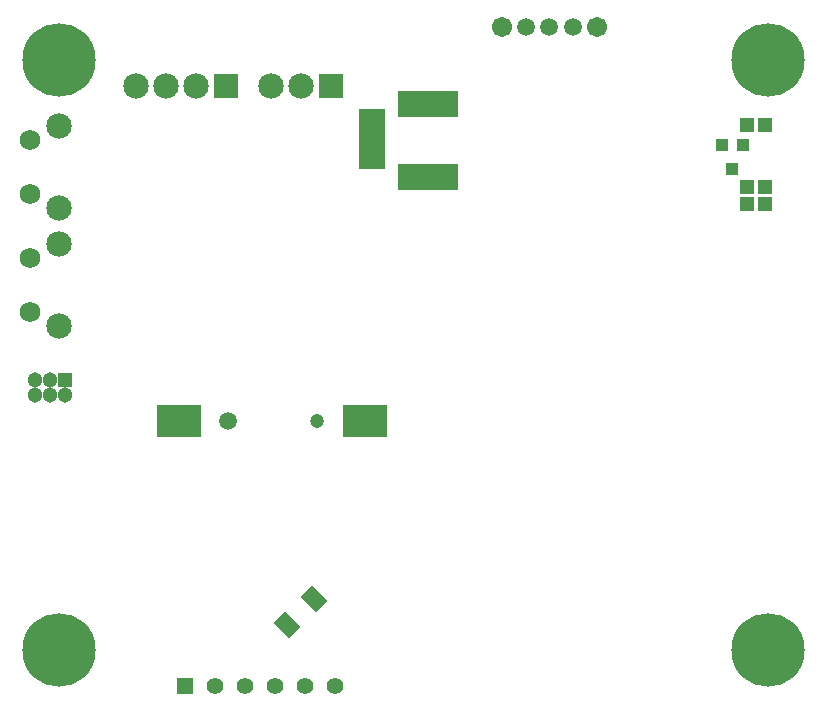
<source format=gbs>
G04*
G04 #@! TF.GenerationSoftware,Altium Limited,Altium Designer,24.5.2 (23)*
G04*
G04 Layer_Color=16711935*
%FSLAX25Y25*%
%MOIN*%
G70*
G04*
G04 #@! TF.SameCoordinates,843F1F9D-CF68-4CC6-824C-A0058C937974*
G04*
G04*
G04 #@! TF.FilePolarity,Negative*
G04*
G01*
G75*
%ADD46R,0.04501X0.04816*%
%ADD73C,0.04737*%
%ADD74C,0.05918*%
%ADD75C,0.05131*%
%ADD76R,0.05131X0.05131*%
%ADD77R,0.05603X0.05603*%
%ADD78C,0.05603*%
%ADD79R,0.08477X0.08477*%
%ADD80C,0.08477*%
%ADD81C,0.06863*%
%ADD82C,0.06706*%
%ADD83R,0.08674X0.20485*%
%ADD84R,0.20485X0.08674*%
%ADD85C,0.24422*%
G04:AMPARAMS|DCode=110|XSize=74.93mil|YSize=53.28mil|CornerRadius=0mil|HoleSize=0mil|Usage=FLASHONLY|Rotation=315.000|XOffset=0mil|YOffset=0mil|HoleType=Round|Shape=Rectangle|*
%AMROTATEDRECTD110*
4,1,4,-0.04533,0.00766,-0.00766,0.04533,0.04533,-0.00766,0.00766,-0.04533,-0.04533,0.00766,0.0*
%
%ADD110ROTATEDRECTD110*%

%ADD111R,0.03950X0.04343*%
%ADD112R,0.14973X0.11036*%
D46*
X248858Y174213D02*
D03*
X255079D02*
D03*
X248858Y194882D02*
D03*
X255079D02*
D03*
X255079Y168307D02*
D03*
X248858D02*
D03*
D73*
X105493Y95968D02*
D03*
D74*
X76005D02*
D03*
X190945Y227362D02*
D03*
X183071D02*
D03*
X175197D02*
D03*
D75*
X11732Y104783D02*
D03*
Y109783D02*
D03*
X16732Y104783D02*
D03*
Y109783D02*
D03*
X21732Y104783D02*
D03*
D76*
Y109783D02*
D03*
D77*
X61639Y7841D02*
D03*
D78*
X71639D02*
D03*
X81639D02*
D03*
X91639D02*
D03*
X101639D02*
D03*
X111639D02*
D03*
D79*
X110394Y207677D02*
D03*
X75437Y207677D02*
D03*
D80*
X100394Y207677D02*
D03*
X90394D02*
D03*
X45436Y207677D02*
D03*
X65437D02*
D03*
X55436D02*
D03*
X19740Y166945D02*
D03*
Y194543D02*
D03*
Y127575D02*
D03*
Y155173D02*
D03*
D81*
X9937Y171886D02*
D03*
Y189602D02*
D03*
Y132516D02*
D03*
Y150232D02*
D03*
D82*
X198819Y227362D02*
D03*
X167323D02*
D03*
D83*
X124016Y189961D02*
D03*
D84*
X142520Y201772D02*
D03*
Y177362D02*
D03*
D85*
X255906Y216535D02*
D03*
X19685Y19685D02*
D03*
Y216535D02*
D03*
X255906Y19685D02*
D03*
D110*
X95714Y28096D02*
D03*
X104483Y36865D02*
D03*
D111*
X240551Y187992D02*
D03*
X247638D02*
D03*
X244094Y180118D02*
D03*
D112*
X121634Y95968D02*
D03*
X59469D02*
D03*
M02*

</source>
